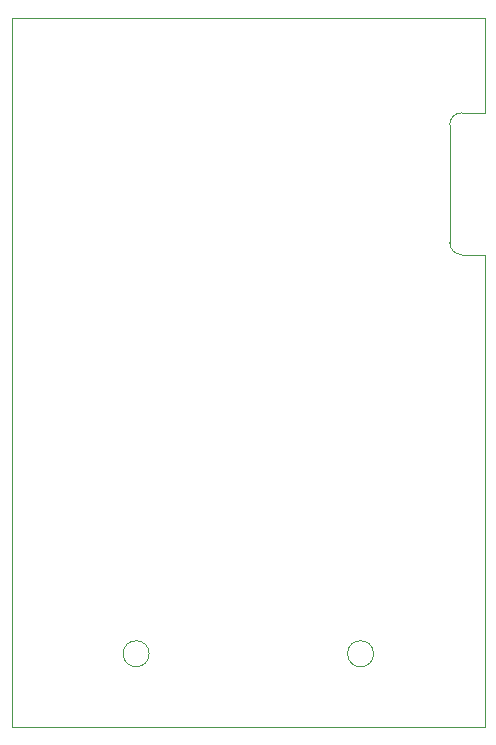
<source format=gbr>
%TF.GenerationSoftware,KiCad,Pcbnew,8.0.7-unknown-202412111143~94124538da~ubuntu24.04.1*%
%TF.CreationDate,2024-12-18T03:39:21-06:00*%
%TF.ProjectId,delivery-box-reporter,64656c69-7665-4727-992d-626f782d7265,rev?*%
%TF.SameCoordinates,Original*%
%TF.FileFunction,Profile,NP*%
%FSLAX46Y46*%
G04 Gerber Fmt 4.6, Leading zero omitted, Abs format (unit mm)*
G04 Created by KiCad (PCBNEW 8.0.7-unknown-202412111143~94124538da~ubuntu24.04.1) date 2024-12-18 03:39:21*
%MOMM*%
%LPD*%
G01*
G04 APERTURE LIST*
%TA.AperFunction,Profile*%
%ADD10C,0.050000*%
%TD*%
G04 APERTURE END LIST*
D10*
X162800000Y-89900000D02*
X160850000Y-89900000D01*
X160850000Y-89900000D02*
G75*
G02*
X159850000Y-88900000I0J1000000D01*
G01*
X159850000Y-78900000D02*
G75*
G02*
X160850000Y-77900000I1000000J0D01*
G01*
X162800000Y-89900000D02*
X162800000Y-129900000D01*
X122800000Y-129900000D02*
X122800000Y-69900000D01*
X162800000Y-129900000D02*
X122800000Y-129900000D01*
X162800000Y-69900000D02*
X162800000Y-77900000D01*
X122800000Y-69900000D02*
X162800000Y-69900000D01*
X162800000Y-77900000D02*
X160850000Y-77900000D01*
X159850000Y-78900000D02*
X159850000Y-88900000D01*
X134400000Y-123700000D02*
G75*
G02*
X132200000Y-123700000I-1100000J0D01*
G01*
X132200000Y-123700000D02*
G75*
G02*
X134400000Y-123700000I1100000J0D01*
G01*
X153400000Y-123700000D02*
G75*
G02*
X151200000Y-123700000I-1100000J0D01*
G01*
X151200000Y-123700000D02*
G75*
G02*
X153400000Y-123700000I1100000J0D01*
G01*
M02*

</source>
